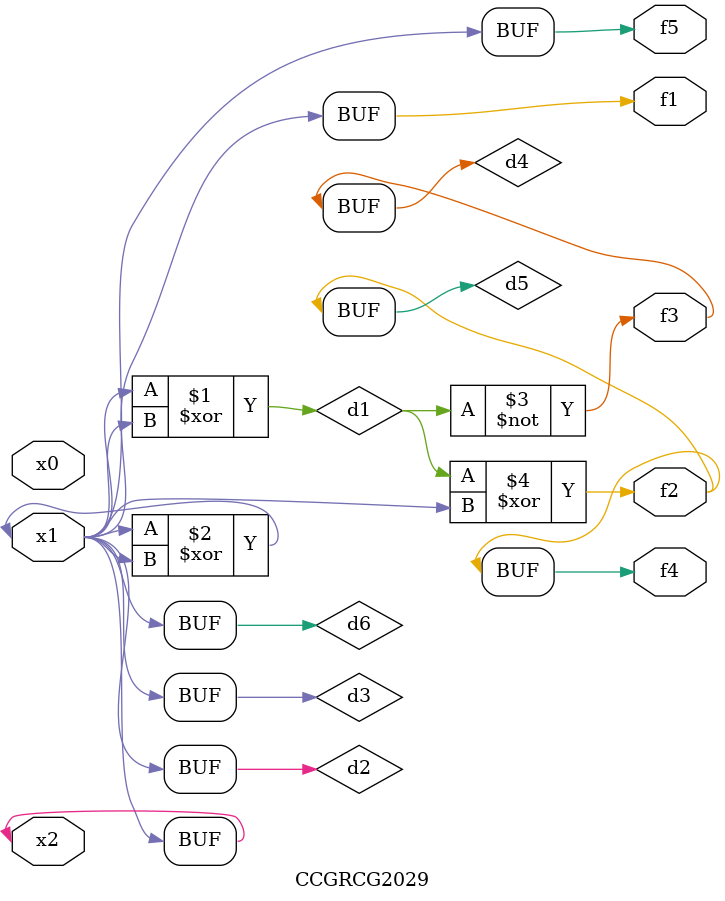
<source format=v>
module CCGRCG2029(
	input x0, x1, x2,
	output f1, f2, f3, f4, f5
);

	wire d1, d2, d3, d4, d5, d6;

	xor (d1, x1, x2);
	buf (d2, x1, x2);
	xor (d3, x1, x2);
	nor (d4, d1);
	xor (d5, d1, d2);
	buf (d6, d2, d3);
	assign f1 = d6;
	assign f2 = d5;
	assign f3 = d4;
	assign f4 = d5;
	assign f5 = d6;
endmodule

</source>
